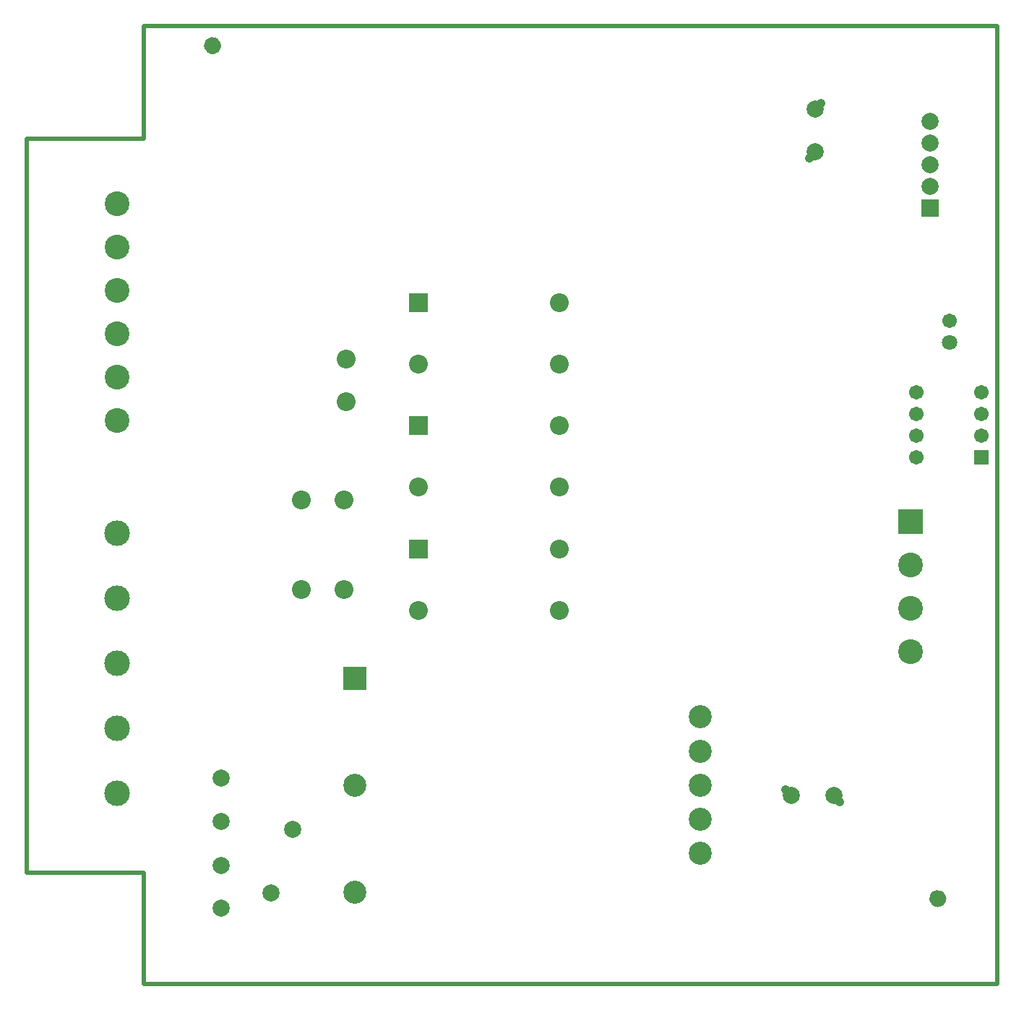
<source format=gbs>
%FSLAX44Y44*%
%MOMM*%
G71*
G01*
G75*
G04 Layer_Color=16711935*
%ADD10C,1.0000*%
%ADD11R,1.2000X1.0000*%
%ADD12R,1.0000X1.2000*%
%ADD13R,0.8000X0.8000*%
%ADD14R,0.8000X0.8000*%
%ADD15R,1.3000X1.6000*%
%ADD16O,2.5400X0.6096*%
%ADD17O,2.0000X0.6100*%
%ADD18O,2.0000X0.6096*%
%ADD19O,2.5400X0.6100*%
%ADD20R,2.8000X2.3000*%
%ADD21R,0.7000X1.2000*%
%ADD22R,1.2000X0.8000*%
%ADD23C,1.0000*%
%ADD24C,0.4064*%
%ADD25C,1.2700*%
%ADD26C,0.7620*%
%ADD27C,0.3810*%
%ADD28C,0.5080*%
%ADD29C,1.0160*%
%ADD30C,0.5000*%
%ADD31C,2.0000*%
%ADD32R,2.0000X2.0000*%
%ADD33C,1.5000*%
%ADD34C,1.6000*%
%ADD35C,2.7000*%
%ADD36C,1.8000*%
%ADD37R,2.5000X2.5000*%
%ADD38C,2.5000*%
%ADD39R,2.7000X2.7000*%
%ADD40C,2.8000*%
%ADD41R,1.8000X1.8000*%
%ADD42R,1.5000X1.5000*%
%ADD43C,0.6096*%
%ADD44C,0.9144*%
%ADD45C,0.2000*%
%ADD46C,0.6000*%
%ADD47C,0.2500*%
%ADD48C,0.2540*%
%ADD49C,0.1000*%
%ADD50R,0.3500X4.4000*%
%ADD51C,1.5000*%
%ADD52R,1.4032X1.2032*%
%ADD53R,1.2032X1.4032*%
%ADD54R,1.0032X1.0032*%
%ADD55R,1.0032X1.0032*%
%ADD56R,1.5032X1.8032*%
%ADD57O,2.7432X0.8128*%
%ADD58O,2.2032X0.8132*%
%ADD59O,2.2032X0.8128*%
%ADD60O,2.7432X0.8132*%
%ADD61R,3.0032X2.5032*%
%ADD62R,0.9032X1.4032*%
%ADD63R,1.4032X1.0032*%
%ADD64C,1.2032*%
%ADD65C,2.2032*%
%ADD66R,2.2032X2.2032*%
%ADD67C,1.7032*%
%ADD68C,1.8032*%
%ADD69C,2.9032*%
%ADD70C,2.0032*%
%ADD71R,2.7032X2.7032*%
%ADD72C,2.7032*%
%ADD73R,2.9032X2.9032*%
%ADD74C,3.0032*%
%ADD75R,2.0032X2.0032*%
%ADD76R,1.7032X1.7032*%
D10*
X889549Y228051D02*
X896620Y220980D01*
X946420D02*
X953491Y213909D01*
X924560Y1025160D02*
X931631Y1032231D01*
X917489Y968289D02*
X924560Y975360D01*
D30*
X138000Y400D02*
Y130400D01*
X500D02*
X138000D01*
X500D02*
Y990400D01*
X500Y990400D01*
X138000D01*
X138000Y990400D01*
Y1122900D01*
X138000Y1122900D01*
X1138000D01*
X1138000Y1122900D01*
Y400D02*
Y1122900D01*
X1138000Y400D02*
X1138000Y400D01*
X138000Y400D02*
X1138000D01*
D51*
X1070570Y100330D02*
G03*
X1070570Y100330I-2500J0D01*
G01*
X220940Y1099820D02*
G03*
X220940Y1099820I-2500J0D01*
G01*
D64*
X1068070Y100330D02*
D03*
X218440Y1099820D02*
D03*
D65*
X459740Y582930D02*
D03*
X624740D02*
D03*
Y654930D02*
D03*
X459740Y438150D02*
D03*
X624740D02*
D03*
Y510150D02*
D03*
X372110Y462280D02*
D03*
X322110D02*
D03*
X372110Y567690D02*
D03*
X322110D02*
D03*
X374650Y732790D02*
D03*
Y682790D02*
D03*
X459740Y726440D02*
D03*
X624740D02*
D03*
Y798440D02*
D03*
D66*
X459740Y654930D02*
D03*
Y510150D02*
D03*
Y798440D02*
D03*
D67*
X1082040Y777240D02*
D03*
X1042670Y693420D02*
D03*
Y668020D02*
D03*
Y642620D02*
D03*
Y617220D02*
D03*
X1118870Y693420D02*
D03*
Y668020D02*
D03*
Y642620D02*
D03*
D68*
X1082040Y751840D02*
D03*
D69*
X106680Y711200D02*
D03*
Y660400D02*
D03*
Y812800D02*
D03*
Y762000D02*
D03*
Y914400D02*
D03*
Y863600D02*
D03*
X1036320Y491490D02*
D03*
Y440690D02*
D03*
Y389890D02*
D03*
D70*
X312420Y181680D02*
D03*
X287020Y106680D02*
D03*
X228600Y138900D02*
D03*
Y88900D02*
D03*
Y190500D02*
D03*
Y241300D02*
D03*
X1059180Y934720D02*
D03*
Y960120D02*
D03*
Y985520D02*
D03*
Y1010920D02*
D03*
X946620Y220980D02*
D03*
X896620D02*
D03*
X924560Y975360D02*
D03*
Y1025360D02*
D03*
D71*
X384940Y358040D02*
D03*
D72*
Y233040D02*
D03*
Y108040D02*
D03*
X789940Y233040D02*
D03*
Y273040D02*
D03*
Y313040D02*
D03*
Y193040D02*
D03*
Y153040D02*
D03*
D73*
X1036320Y542290D02*
D03*
D74*
X106680Y528320D02*
D03*
Y452120D02*
D03*
Y223520D02*
D03*
Y299720D02*
D03*
Y375920D02*
D03*
D75*
X1059180Y909320D02*
D03*
D76*
X1118870Y617220D02*
D03*
M02*

</source>
